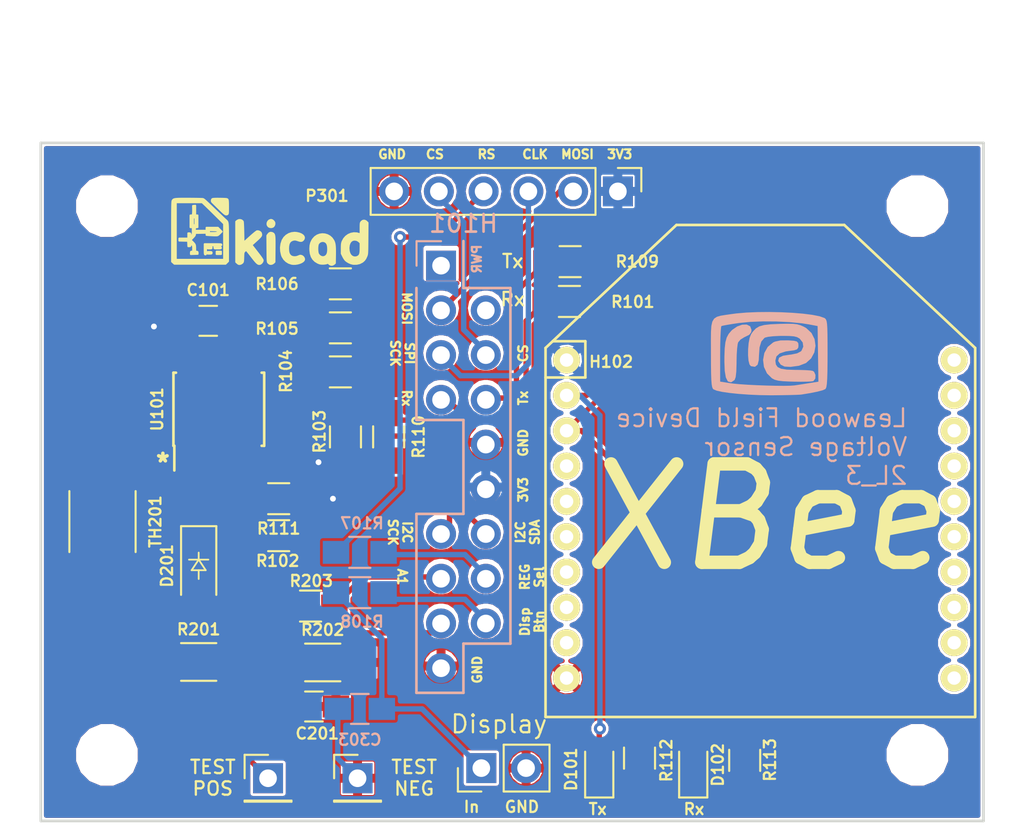
<source format=kicad_pcb>
(kicad_pcb (version 20171130) (host pcbnew "(5.0.0)")
  (title_block (title "Leawood Field Device #1") (rev 2L_3))
  (layers (0 F.Cu signal) (31 B.Cu signal) (34 B.Paste user) (35 F.Paste user) (36 B.SilkS user) (37 F.SilkS user) (38 B.Mask user) (39 F.Mask user) (44 Edge.Cuts user))
  (net 0 "")
  (net 1 /Analog_Sensors/ANLG_1)
  (net 2 GND)
  (net 3 /Display/3V3)
  (net 4 /Display/Display)
  (net 5 /Display/MOSI)
  (net 6 /Display/CS)
  (net 7 "Net-(H101-Pad7)")
  (net 8 "Net-(H101-Pad8)")
  (net 9 /SDA)
  (net 10 "Net-(H101-Pad16)")
  (net 11 "Net-(H101-Pad17)")
  (net 12 "Net-(H101-Pad18)")
  (net 13 /TX)
  (net 14 /RX)
  (net 15 /Analog_Sensors/TEST_POS_1)
  (net 16 /OverTemp)
  (net 17 "Net-(R104-Pad1)")
  (net 18 "Net-(R105-Pad1)")
  (net 19 "Net-(R106-Pad1)")
  (net 20 /Display/RS)
  (net 21 "Net-(D201-Pad1)")
  (net 22 "Net-(C201-Pad1)")
  (net 23 "Net-(D101-Pad1)")
  (net 24 "Net-(D102-Pad1)")
  (net 25 /I2C_SCK)
  (net 26 /Display/SPI_SCK)
  (module CE_Header:CE_Socket (layer B.Cu) (at 132.754 70.968 180)
    (fp_text reference H101 (at 1.27 2.39 180) (layer B.SilkS) (effects (justify mirror)))
    (fp_text value CE_Socket)
    (pad 19 thru_hole oval (at 2.54 -22.86) (size 1.7 1.7) (drill 1) (layers *.Cu *.Mask) (net 2 GND))
    (pad 18 thru_hole oval (at 0 -20.32) (size 1.7 1.7) (drill 1) (layers *.Cu *.Mask) (net 12 "Net-(H101-Pad18)"))
    (pad 17 thru_hole oval (at 2.54 -20.32) (size 1.7 1.7) (drill 1) (layers *.Cu *.Mask) (net 11 "Net-(H101-Pad17)"))
    (pad 16 thru_hole oval (at 0 -17.78) (size 1.7 1.7) (drill 1) (layers *.Cu *.Mask) (net 10 "Net-(H101-Pad16)"))
    (pad 15 thru_hole oval (at 2.54 -17.78) (size 1.7 1.7) (drill 1) (layers *.Cu *.Mask) (net 1 /Analog_Sensors/ANLG_1))
    (pad 14 thru_hole oval (at 0 -15.24) (size 1.7 1.7) (drill 1) (layers *.Cu *.Mask) (net 9 /SDA))
    (pad 13 thru_hole oval (at 2.54 -15.24) (size 1.7 1.7) (drill 1) (layers *.Cu *.Mask) (net 25 /I2C_SCK))
    (pad 12 thru_hole oval (at 0 -12.7) (size 1.7 1.7) (drill 1) (layers *.Cu *.Mask) (net 3 /Display/3V3))
    (pad 10 thru_hole oval (at 0 -10.16) (size 1.7 1.7) (drill 1) (layers *.Cu *.Mask) (net 2 GND))
    (pad 8 thru_hole oval (at 0 -7.62) (size 1.7 1.7) (drill 1) (layers *.Cu *.Mask) (net 8 "Net-(H101-Pad8)"))
    (pad 7 thru_hole oval (at 2.54 -7.62) (size 1.7 1.7) (drill 1) (layers *.Cu *.Mask) (net 7 "Net-(H101-Pad7)"))
    (pad 6 thru_hole oval (at 0 -5.08) (size 1.7 1.7) (drill 1) (layers *.Cu *.Mask) (net 6 /Display/CS))
    (pad 5 thru_hole oval (at 2.54 -5.08) (size 1.7 1.7) (drill 1) (layers *.Cu *.Mask) (net 26 /Display/SPI_SCK))
    (pad 4 thru_hole oval (at 0 -2.54) (size 1.7 1.7) (drill 1) (layers *.Cu *.Mask))
    (pad 3 thru_hole oval (at 2.54 -2.54) (size 1.7 1.7) (drill 1) (layers *.Cu *.Mask) (net 5 /Display/MOSI))
    (pad 1 thru_hole rect (at 2.54 0) (size 1.7 1.7) (drill 1) (layers *.Cu *.Mask))
  )
  (module Mounting_Holes:MountingHole_3.2mm_M3 (layer F.Cu) (at 157.25 98.75)
    (fp_text reference REF** hide)
    (fp_text value MountingHole_3.2mm_M3)
    (pad 1 np_thru_hole circle (at 0 0) (size 3.2 3.2) (drill 3.2) (layers *.Cu *.Mask))
  )
  (module FieldDevice_Footprints:XBEE_S2C (layer F.Cu) (at 148.336 76.327)
    (fp_text reference H102 (at -8.47 0.102) (layer F.SilkS) (effects (font (size 0.635 0.635) (thickness 0.127))))
    (fp_text value DIGI_XBEE)
    (fp_text user XBee (at 0.3048 8.9408) (layer F.SilkS) (effects (font (size 5.588 5.588) (thickness 0.762) italic)))
    (pad 20 thru_hole circle (at 10.9982 0) (size 1.524 1.524) (drill 0.762) (layers *.Cu *.Mask F.SilkS))
    (pad 19 thru_hole circle (at 10.9982 2.0066) (size 1.524 1.524) (drill 0.762) (layers *.Cu *.Mask F.SilkS))
    (pad 18 thru_hole circle (at 10.9982 4.0132) (size 1.524 1.524) (drill 0.762) (layers *.Cu *.Mask F.SilkS))
    (pad 17 thru_hole circle (at 10.9982 6.0198) (size 1.524 1.524) (drill 0.762) (layers *.Cu *.Mask F.SilkS))
    (pad 16 thru_hole circle (at 10.9982 8.0264) (size 1.524 1.524) (drill 0.762) (layers *.Cu *.Mask F.SilkS))
    (pad 15 thru_hole circle (at 10.9982 10.033) (size 1.524 1.524) (drill 0.762) (layers *.Cu *.Mask F.SilkS))
    (pad 14 thru_hole circle (at 10.9982 12.0396) (size 1.524 1.524) (drill 0.762) (layers *.Cu *.Mask F.SilkS))
    (pad 13 thru_hole circle (at 10.9982 14.0462) (size 1.524 1.524) (drill 0.762) (layers *.Cu *.Mask F.SilkS))
    (pad 12 thru_hole circle (at 10.9982 16.0528) (size 1.524 1.524) (drill 0.762) (layers *.Cu *.Mask F.SilkS))
    (pad 11 thru_hole circle (at 10.9982 18.0594) (size 1.524 1.524) (drill 0.762) (layers *.Cu *.Mask F.SilkS))
    (pad 10 thru_hole circle (at -10.9982 18.0594) (size 1.524 1.524) (drill 0.762) (layers *.Cu *.Mask F.SilkS) (net 2 GND))
    (pad 9 thru_hole circle (at -10.9982 16.0528) (size 1.524 1.524) (drill 0.762) (layers *.Cu *.Mask F.SilkS))
    (pad 8 thru_hole circle (at -10.9982 14.0462) (size 1.524 1.524) (drill 0.762) (layers *.Cu *.Mask F.SilkS))
    (pad 7 thru_hole circle (at -10.9982 12.0396) (size 1.524 1.524) (drill 0.762) (layers *.Cu *.Mask F.SilkS))
    (pad 6 thru_hole circle (at -10.9982 10.033) (size 1.524 1.524) (drill 0.762) (layers *.Cu *.Mask F.SilkS))
    (pad 5 thru_hole circle (at -10.9982 8.0264) (size 1.524 1.524) (drill 0.762) (layers *.Cu *.Mask F.SilkS))
    (pad 4 thru_hole circle (at -10.9982 6.0198) (size 1.524 1.524) (drill 0.762) (layers *.Cu *.Mask F.SilkS))
    (pad 3 thru_hole circle (at -10.9982 4.0132) (size 1.524 1.524) (drill 0.762) (layers *.Cu *.Mask F.SilkS) (net 14 /RX))
    (pad 2 thru_hole circle (at -10.9982 2.0066) (size 1.524 1.524) (drill 0.762) (layers *.Cu *.Mask F.SilkS) (net 13 /TX))
    (pad 1 thru_hole circle (at -10.9982 0) (size 1.524 1.524) (drill 0.762) (layers *.Cu *.Mask F.SilkS) (net 3 /Display/3V3))
  )
  (module Pin_Headers:Pin_Header_Straight_1x02_Pitch2.54mm (layer F.Cu) (at 132.5 99.5 90)
    (fp_text reference SW301 hide)
    (fp_text value SW_PUSH)
    (pad 1 thru_hole rect (at 0 0 90) (size 1.7 1.7) (drill 1) (layers *.Cu *.Mask) (net 4 /Display/Display))
    (pad 2 thru_hole oval (at 0 2.54 90) (size 1.7 1.7) (drill 1) (layers *.Cu *.Mask) (net 2 GND))
  )
  (module Resistors_SMD:R_1812_HandSoldering (layer F.Cu) (at 111 85.5 90)
    (fp_text reference TH201 (at 0 3 90) (layer F.SilkS) (effects (font (size 0.635 0.635) (thickness 0.127))))
    (fp_text value "0.50A 15V")
    (pad 1 smd rect (at -3.4 0 90) (size 3.5 3.5) (layers F.Cu F.Paste F.Mask) (net 15 /Analog_Sensors/TEST_POS_1))
    (pad 2 smd rect (at 3.4 0 90) (size 3.5 3.5) (layers F.Cu F.Paste F.Mask) (net 21 "Net-(D201-Pad1)"))
  )
  (module Housings_SOIC:SOIC-8_3.9x4.9mm_Pitch1.27mm (layer F.Cu) (at 117.602 79.121 90)
    (fp_text reference U101 (at 0 -3.5 90) (layer F.SilkS) (effects (font (size 0.635 0.635) (thickness 0.127))))
    (fp_text value DS7505)
    (pad 1 smd rect (at -2.7 -1.905 90) (size 1.55 0.6) (layers F.Cu F.Paste F.Mask) (net 9 /SDA))
    (pad 2 smd rect (at -2.7 -0.635 90) (size 1.55 0.6) (layers F.Cu F.Paste F.Mask) (net 25 /I2C_SCK))
    (pad 3 smd rect (at -2.7 0.635 90) (size 1.55 0.6) (layers F.Cu F.Paste F.Mask) (net 16 /OverTemp))
    (pad 4 smd rect (at -2.7 1.905 90) (size 1.55 0.6) (layers F.Cu F.Paste F.Mask) (net 2 GND))
    (pad 5 smd rect (at 2.7 1.905 90) (size 1.55 0.6) (layers F.Cu F.Paste F.Mask) (net 17 "Net-(R104-Pad1)"))
    (pad 6 smd rect (at 2.7 0.635 90) (size 1.55 0.6) (layers F.Cu F.Paste F.Mask) (net 18 "Net-(R105-Pad1)"))
    (pad 7 smd rect (at 2.7 -0.635 90) (size 1.55 0.6) (layers F.Cu F.Paste F.Mask) (net 19 "Net-(R106-Pad1)"))
    (pad 8 smd rect (at 2.7 -1.905 90) (size 1.55 0.6) (layers F.Cu F.Paste F.Mask) (net 3 /Display/3V3))
  )
  (module Mounting_Holes:MountingHole_3.2mm_M3 (layer F.Cu) (at 157.25 67.5894)
    (fp_text reference REF** hide)
    (fp_text value MountingHole_3.2mm_M3)
    (pad 1 np_thru_hole circle (at 0 0) (size 3.2 3.2) (drill 3.2) (layers *.Cu *.Mask))
  )
  (module Mounting_Holes:MountingHole_3.2mm_M3 (layer F.Cu) (at 111.252 67.5894)
    (fp_text reference REF** hide)
    (fp_text value MountingHole_3.2mm_M3)
    (pad 1 np_thru_hole circle (at 0 0) (size 3.2 3.2) (drill 3.2) (layers *.Cu *.Mask))
  )
  (module Mounting_Holes:MountingHole_3.2mm_M3 (layer F.Cu) (at 111.252 98.75)
    (fp_text reference REF** hide)
    (fp_text value MountingHole_3.2mm_M3)
    (pad 1 np_thru_hole circle (at 0 0) (size 3.2 3.2) (drill 3.2) (layers *.Cu *.Mask))
  )
  (module Pin_Headers:Pin_Header_Straight_1x01_Pitch2.54mm (layer F.Cu) (at 120.396 100.076)
    (fp_text reference P201 hide)
    (fp_text value Positive)
    (pad 1 thru_hole rect (at 0 0) (size 1.7 1.7) (drill 1) (layers *.Cu *.Mask) (net 15 /Analog_Sensors/TEST_POS_1))
  )
  (module Pin_Headers:Pin_Header_Straight_1x01_Pitch2.54mm (layer F.Cu) (at 125.476 100.076)
    (fp_text reference P202 hide)
    (fp_text value Negative)
    (pad 1 thru_hole rect (at 0 0) (size 1.7 1.7) (drill 1) (layers *.Cu *.Mask) (net 2 GND))
  )
  (module FieldDevice_Footprints:D_SOD-123 (layer F.Cu) (at 116.459 88.011 270)
    (fp_text reference D201 (at 0 1.8 270) (layer F.SilkS) (effects (font (size 0.635 0.635) (thickness 0.127))))
    (fp_text value 1N4148WFL)
    (pad 2 smd rect (at 1.65 0 270) (size 0.9 1.2) (layers F.Cu F.Paste F.Mask) (net 2 GND))
    (pad 1 smd rect (at -1.65 0 270) (size 0.9 1.2) (layers F.Cu F.Paste F.Mask) (net 21 "Net-(D201-Pad1)"))
  )
  (module FieldDevice_Footprints:MyBasic_rounded_50_1 (layer B.Cu) (at 148.883 75.921 180)
    (fp_text reference G*** hide)
    (fp_text value LOGO hide)
  )
  (module FieldDevice_Footprints:KiCad-Logo (layer F.Cu) (at 120.5 69)
    (fp_text reference G*** hide)
    (fp_text value LOGO hide)
  )
  (module Pin_Headers:Pin_Header_Straight_1x06_Pitch2.54mm (layer F.Cu) (at 140.25 66.75 270)
    (fp_text reference P301 (at 0.254 16.51) (layer F.SilkS) (effects (font (size 0.635 0.635) (thickness 0.127))))
    (fp_text value CONN_01X06)
    (pad 1 thru_hole rect (at 0 0 270) (size 1.7 1.7) (drill 1) (layers *.Cu *.Mask) (net 3 /Display/3V3))
    (pad 2 thru_hole oval (at 0 2.54 270) (size 1.7 1.7) (drill 1) (layers *.Cu *.Mask) (net 5 /Display/MOSI))
    (pad 3 thru_hole oval (at 0 5.08 270) (size 1.7 1.7) (drill 1) (layers *.Cu *.Mask) (net 26 /Display/SPI_SCK))
    (pad 4 thru_hole oval (at 0 7.62 270) (size 1.7 1.7) (drill 1) (layers *.Cu *.Mask) (net 20 /Display/RS))
    (pad 5 thru_hole oval (at 0 10.16 270) (size 1.7 1.7) (drill 1) (layers *.Cu *.Mask) (net 6 /Display/CS))
    (pad 6 thru_hole oval (at 0 12.7 270) (size 1.7 1.7) (drill 1) (layers *.Cu *.Mask) (net 2 GND))
  )
  (module Capacitors_SMD:C_0805_HandSoldering (layer F.Cu) (at 117 74.1)
    (fp_text reference C101 (at 0 -1.75) (layer F.SilkS) (effects (font (size 0.635 0.635) (thickness 0.127))))
    (fp_text value "100pF 50V")
    (pad 1 smd rect (at -1.25 0) (size 1.5 1.25) (layers F.Cu F.Paste F.Mask) (net 3 /Display/3V3))
    (pad 2 smd rect (at 1.25 0) (size 1.5 1.25) (layers F.Cu F.Paste F.Mask) (net 2 GND))
  )
  (module Capacitors_SMD:C_0805_HandSoldering (layer F.Cu) (at 123 96)
    (fp_text reference C201 (at 0.19 1.536) (layer F.SilkS) (effects (font (size 0.635 0.635) (thickness 0.127))))
    (fp_text value 100nF)
    (pad 1 smd rect (at -1.25 0) (size 1.5 1.25) (layers F.Cu F.Paste F.Mask) (net 22 "Net-(C201-Pad1)"))
    (pad 2 smd rect (at 1.25 0) (size 1.5 1.25) (layers F.Cu F.Paste F.Mask) (net 2 GND))
  )
  (module Capacitors_SMD:C_0805_HandSoldering (layer B.Cu) (at 125.603 96.139)
    (fp_text reference C303 (at 0 1.75) (layer B.SilkS) (effects (font (size 0.635 0.635) (thickness 0.127)) (justify mirror)))
    (fp_text value 0.1μF)
    (pad 1 smd rect (at -1.25 0) (size 1.5 1.25) (layers B.Cu B.Paste B.Mask) (net 2 GND))
    (pad 2 smd rect (at 1.25 0) (size 1.5 1.25) (layers B.Cu B.Paste B.Mask) (net 4 /Display/Display))
  )
  (module Resistors_SMD:R_0805_HandSoldering (layer F.Cu) (at 137.5 73)
    (fp_text reference R101 (at 3.597 0.025) (layer F.SilkS) (effects (font (size 0.635 0.635) (thickness 0.127))))
    (fp_text value 0Ω)
    (pad 1 smd rect (at -1.35 0) (size 1.5 1.3) (layers F.Cu F.Paste F.Mask) (net 7 "Net-(H101-Pad7)"))
    (pad 2 smd rect (at 1.35 0) (size 1.5 1.3) (layers F.Cu F.Paste F.Mask) (net 14 /RX))
  )
  (module Resistors_SMD:R_0805_HandSoldering (layer F.Cu) (at 121 86.3 180)
    (fp_text reference R102 (at 0.057 -1.432 180) (layer F.SilkS) (effects (font (size 0.635 0.635) (thickness 0.127))))
    (fp_text value 0Ω)
    (pad 1 smd rect (at -1.35 0 180) (size 1.5 1.3) (layers F.Cu F.Paste F.Mask) (net 11 "Net-(H101-Pad17)"))
    (pad 2 smd rect (at 1.35 0 180) (size 1.5 1.3) (layers F.Cu F.Paste F.Mask) (net 16 /OverTemp))
  )
  (module Resistors_SMD:R_0805_HandSoldering (layer F.Cu) (at 124.79 80.69 270)
    (fp_text reference R103 (at -0.299 1.473 270) (layer F.SilkS) (effects (font (size 0.635 0.635) (thickness 0.127))))
    (fp_text value 4k7Ω)
    (pad 1 smd rect (at -1.35 0 270) (size 1.5 1.3) (layers F.Cu F.Paste F.Mask) (net 25 /I2C_SCK))
    (pad 2 smd rect (at 1.35 0 270) (size 1.5 1.3) (layers F.Cu F.Paste F.Mask) (net 3 /Display/3V3))
  )
  (module Resistors_SMD:R_0805_HandSoldering (layer F.Cu) (at 124.5 77)
    (fp_text reference R104 (at -3.088 -0.038 90) (layer F.SilkS) (effects (font (size 0.635 0.635) (thickness 0.127))))
    (fp_text value 0)
    (pad 1 smd rect (at -1.35 0) (size 1.5 1.3) (layers F.Cu F.Paste F.Mask) (net 17 "Net-(R104-Pad1)"))
    (pad 2 smd rect (at 1.35 0) (size 1.5 1.3) (layers F.Cu F.Paste F.Mask) (net 2 GND))
  )
  (module Resistors_SMD:R_0805_HandSoldering (layer F.Cu) (at 124.5 74.5)
    (fp_text reference R105 (at -3.596 0.049) (layer F.SilkS) (effects (font (size 0.635 0.635) (thickness 0.127))))
    (fp_text value 0)
    (pad 1 smd rect (at -1.35 0) (size 1.5 1.3) (layers F.Cu F.Paste F.Mask) (net 18 "Net-(R105-Pad1)"))
    (pad 2 smd rect (at 1.35 0) (size 1.5 1.3) (layers F.Cu F.Paste F.Mask) (net 2 GND))
  )
  (module Resistors_SMD:R_0805_HandSoldering (layer F.Cu) (at 124.5 72)
    (fp_text reference R106 (at -3.596 0.009) (layer F.SilkS) (effects (font (size 0.635 0.635) (thickness 0.127))))
    (fp_text value 0)
    (pad 1 smd rect (at -1.35 0) (size 1.5 1.3) (layers F.Cu F.Paste F.Mask) (net 19 "Net-(R106-Pad1)"))
    (pad 2 smd rect (at 1.35 0) (size 1.5 1.3) (layers F.Cu F.Paste F.Mask) (net 2 GND))
  )
  (module Resistors_SMD:R_0805_HandSoldering (layer B.Cu) (at 125.603 87.249)
    (fp_text reference R107 (at 0.127 -1.651) (layer B.SilkS) (effects (font (size 0.635 0.635) (thickness 0.127)) (justify mirror)))
    (fp_text value 0Ω)
    (pad 1 smd rect (at -1.35 0) (size 1.5 1.3) (layers B.Cu B.Paste B.Mask) (net 20 /Display/RS))
    (pad 2 smd rect (at 1.35 0) (size 1.5 1.3) (layers B.Cu B.Paste B.Mask) (net 10 "Net-(H101-Pad16)"))
  )
  (module Resistors_SMD:R_0805_HandSoldering (layer B.Cu) (at 125.603 89.535)
    (fp_text reference R108 (at 0.127 1.651) (layer B.SilkS) (effects (font (size 0.635 0.635) (thickness 0.127)) (justify mirror)))
    (fp_text value 0Ω)
    (pad 1 smd rect (at -1.35 0) (size 1.5 1.3) (layers B.Cu B.Paste B.Mask) (net 4 /Display/Display))
    (pad 2 smd rect (at 1.35 0) (size 1.5 1.3) (layers B.Cu B.Paste B.Mask) (net 12 "Net-(H101-Pad18)"))
  )
  (module Resistors_SMD:R_0805_HandSoldering (layer F.Cu) (at 137.541 70.739 180)
    (fp_text reference R109 (at -3.81 0 180) (layer F.SilkS) (effects (font (size 0.635 0.635) (thickness 0.127))))
    (fp_text value 0)
    (pad 1 smd rect (at -1.35 0 180) (size 1.5 1.3) (layers F.Cu F.Paste F.Mask) (net 13 /TX))
    (pad 2 smd rect (at 1.35 0 180) (size 1.5 1.3) (layers F.Cu F.Paste F.Mask) (net 8 "Net-(H101-Pad8)"))
  )
  (module Resistors_SMD:R_0805_HandSoldering (layer F.Cu) (at 127.24 80.69 270)
    (fp_text reference R110 (at 0 -1.7 270) (layer F.SilkS) (effects (font (size 0.635 0.635) (thickness 0.127))))
    (fp_text value 4k7Ω)
    (pad 1 smd rect (at -1.35 0 270) (size 1.5 1.3) (layers F.Cu F.Paste F.Mask) (net 9 /SDA))
    (pad 2 smd rect (at 1.35 0 270) (size 1.5 1.3) (layers F.Cu F.Paste F.Mask) (net 3 /Display/3V3))
  )
  (module Resistors_SMD:R_0805_HandSoldering (layer F.Cu) (at 121 84.2 180)
    (fp_text reference R111 (at 0 -1.7 180) (layer F.SilkS) (effects (font (size 0.635 0.635) (thickness 0.127))))
    (fp_text value 10k)
    (pad 1 smd rect (at -1.35 0 180) (size 1.5 1.3) (layers F.Cu F.Paste F.Mask) (net 3 /Display/3V3))
    (pad 2 smd rect (at 1.35 0 180) (size 1.5 1.3) (layers F.Cu F.Paste F.Mask) (net 16 /OverTemp))
  )
  (module Resistors_SMD:R_1206_HandSoldering (layer F.Cu) (at 116.459 93.472)
    (fp_text reference R201 (at 0 -1.85) (layer F.SilkS) (effects (font (size 0.635 0.635) (thickness 0.127))))
    (fp_text value "1MΩ 125mW  0.1%")
    (pad 1 smd rect (at -2 0) (size 2 1.7) (layers F.Cu F.Paste F.Mask) (net 15 /Analog_Sensors/TEST_POS_1))
    (pad 2 smd rect (at 2 0) (size 2 1.7) (layers F.Cu F.Paste F.Mask) (net 22 "Net-(C201-Pad1)"))
  )
  (module Resistors_SMD:R_1206_HandSoldering (layer F.Cu) (at 123.5 93.5)
    (fp_text reference R202 (at 0 -1.85) (layer F.SilkS) (effects (font (size 0.635 0.635) (thickness 0.127))))
    (fp_text value "30kΩ 125mW  0.1%")
    (pad 1 smd rect (at -2 0) (size 2 1.7) (layers F.Cu F.Paste F.Mask) (net 22 "Net-(C201-Pad1)"))
    (pad 2 smd rect (at 2 0) (size 2 1.7) (layers F.Cu F.Paste F.Mask) (net 2 GND))
  )
  (module Resistors_SMD:R_0805_HandSoldering (layer F.Cu) (at 122.809 90.297)
    (fp_text reference R203 (at 0.039 -1.422) (layer F.SilkS) (effects (font (size 0.635 0.635) (thickness 0.127))))
    (fp_text value 0Ω)
    (pad 1 smd rect (at -1.35 0) (size 1.5 1.3) (layers F.Cu F.Paste F.Mask) (net 22 "Net-(C201-Pad1)"))
    (pad 2 smd rect (at 1.35 0) (size 1.5 1.3) (layers F.Cu F.Paste F.Mask) (net 1 /Analog_Sensors/ANLG_1))
  )
  (module Diodes_SMD:D_0805 (layer F.Cu) (at 139.192 99.568 90)
    (fp_text reference D101 (at 0 -1.6 90) (layer F.SilkS) (effects (font (size 0.635 0.635) (thickness 0.127))))
    (fp_text value LED)
    (pad 1 smd rect (at -1.05 0 90) (size 0.8 0.9) (layers F.Cu F.Paste F.Mask) (net 23 "Net-(D101-Pad1)"))
    (pad 2 smd rect (at 1.05 0 90) (size 0.8 0.9) (layers F.Cu F.Paste F.Mask) (net 13 /TX))
  )
  (module Diodes_SMD:D_0805 (layer F.Cu) (at 144.526 99.568 90)
    (fp_text reference D102 (at 0.254 1.397 90) (layer F.SilkS) (effects (font (size 0.635 0.635) (thickness 0.127))))
    (fp_text value LED)
    (pad 1 smd rect (at -1.05 0 90) (size 0.8 0.9) (layers F.Cu F.Paste F.Mask) (net 24 "Net-(D102-Pad1)"))
    (pad 2 smd rect (at 1.05 0 90) (size 0.8 0.9) (layers F.Cu F.Paste F.Mask) (net 14 /RX))
  )
  (module Resistors_SMD:R_0805_HandSoldering (layer F.Cu) (at 141.478 98.933 270)
    (fp_text reference R112 (at 0.127 -1.524 270) (layer F.SilkS) (effects (font (size 0.635 0.635) (thickness 0.127))))
    (fp_text value 680Ω)
    (pad 1 smd rect (at -1.35 0 270) (size 1.5 1.3) (layers F.Cu F.Paste F.Mask) (net 2 GND))
    (pad 2 smd rect (at 1.35 0 270) (size 1.5 1.3) (layers F.Cu F.Paste F.Mask) (net 23 "Net-(D101-Pad1)"))
  )
  (module Resistors_SMD:R_0805_HandSoldering (layer F.Cu) (at 147.447 99.06 270)
    (fp_text reference R113 (at -0.025 -1.436 270) (layer F.SilkS) (effects (font (size 0.635 0.635) (thickness 0.127))))
    (fp_text value 680Ω)
    (pad 1 smd rect (at -1.35 0 270) (size 1.5 1.3) (layers F.Cu F.Paste F.Mask) (net 2 GND))
    (pad 2 smd rect (at 1.35 0 270) (size 1.5 1.3) (layers F.Cu F.Paste F.Mask) (net 24 "Net-(D102-Pad1)"))
  )
  (gr_text "In   GND" (at 133.643 101.702) (layer F.SilkS) (effects (font (size 0.635 0.635) (thickness 0.127))))
  (gr_text "GND   CS     RS    CLK  MOSI  3V3" (at 133.858 64.643) (layer F.SilkS) (effects (font (size 0.508 0.508) (thickness 0.127))))
  (gr_text "Disp\nBtn" (at 135.382 91.186 90) (layer F.SilkS) (effects (font (size 0.508 0.508) (thickness 0.127))))
  (gr_text "REG\nSel" (at 135.382 88.646 90) (layer F.SilkS) (effects (font (size 0.508 0.508) (thickness 0.127))))
  (gr_text A1 (at 128.016 88.646 270) (layer F.SilkS) (effects (font (size 0.508 0.508) (thickness 0.127))))
  (gr_text Rx (at 128.27 78.486 270) (layer F.SilkS) (effects (font (size 0.508 0.508) (thickness 0.127))))
  (gr_text Tx (at 134.874 78.486 90) (layer F.SilkS) (effects (font (size 0.508 0.508) (thickness 0.127))))
  (gr_text "SPI\nSCK" (at 128.016 75.946 270) (layer F.SilkS) (effects (font (size 0.508 0.508) (thickness 0.127))))
  (gr_text MOSI (at 128.27 73.406 270) (layer F.SilkS) (effects (font (size 0.508 0.508) (thickness 0.127))))
  (gr_text CS (at 134.874 75.946 90) (layer F.SilkS) (effects (font (size 0.508 0.508) (thickness 0.127))))
  (gr_text "I2C\nSCK" (at 127.889 86.106 270) (layer F.SilkS) (effects (font (size 0.508 0.508) (thickness 0.127))))
  (gr_text "I2C\nSDA" (at 135.128 86.106 90) (layer F.SilkS) (effects (font (size 0.508 0.508) (thickness 0.127))))
  (gr_text Rx (at 144.565 101.829) (layer F.SilkS) (effects (font (size 0.635 0.635) (thickness 0.127))))
  (gr_text Tx (at 139.104 101.829) (layer F.SilkS) (effects (font (size 0.635 0.635) (thickness 0.127))))
  (gr_text Rx (at 134.278 72.873) (layer F.SilkS) (effects (font (size 0.762 0.762) (thickness 0.127))))
  (gr_text Tx (at 134.278 70.714) (layer F.SilkS) (effects (font (size 0.762 0.762) (thickness 0.127))))
  (gr_text PWR (at 132.246 70.587 90) (layer B.SilkS) (effects (font (size 0.508 0.508) (thickness 0.127)) (justify mirror)))
  (gr_text GND (at 132.27 93.91 90) (layer F.SilkS) (effects (font (size 0.508 0.508) (thickness 0.127))))
  (gr_text 3V3 (at 134.874 83.693 90) (layer F.SilkS) (effects (font (size 0.508 0.508) (thickness 0.127))))
  (gr_text GND (at 134.874 81.026 90) (layer F.SilkS) (effects (font (size 0.508 0.508) (thickness 0.127))))
  (gr_line (start 107.5 102.5) (end 161 102.5) (angle 90) (layer Edge.Cuts) (width 0.15))
  (gr_line (start 107.5 64) (end 107.5 102.5) (angle 90) (layer Edge.Cuts) (width 0.15))
  (gr_line (start 161 64) (end 107.5 64) (angle 90) (layer Edge.Cuts) (width 0.15))
  (gr_text "Leawood Field Device\nVoltage Sensor\n2L_3" (at 156.757 81.255) (layer B.SilkS) (effects (font (size 1.016 1.016) (thickness 0.127)) (justify left mirror)))
  (gr_text * (at 114.427 82.169) (layer F.SilkS) (effects (font (size 1 1) (thickness 0.2))))
  (gr_text "TEST\nNEG" (at 128.69 100.051) (layer F.SilkS) (effects (font (size 0.762 0.762) (thickness 0.127))))
  (gr_text "TEST\nPOS" (at 117.26 100.051) (layer F.SilkS) (effects (font (size 0.762 0.762) (thickness 0.127))))
  (gr_text Display (at 133.5 97) (layer F.SilkS) (effects (font (size 1.016 1.016) (thickness 0.127))))
  (gr_line (start 161 64) (end 161 102.5) (angle 90) (layer Edge.Cuts) (width 0.15))
  (segment (start 130.302 88.646) (end 125.81 88.646) (width 0.3048) (layer F.Cu) (net 1))
  (segment (start 125.81 88.646) (end 124.159 90.297) (width 0.3048) (layer F.Cu) (net 1))
  (segment (start 124.353 96.139) (end 124.353 98.953) (width 0.3048) (layer B.Cu) (net 2))
  (segment (start 124.353 98.953) (end 125.476 100.076) (width 0.3048) (layer B.Cu) (net 2))
  (segment (start 115.75 74.1) (end 114.241 74.1) (width 0.6096) (layer F.Cu) (net 3))
  (via (at 113.919 74.422) (size 0.6858) (drill 0.3302) (layers F.Cu B.Cu) (net 3))
  (segment (start 114.241 74.1) (end 113.919 74.422) (width 0.6096) (layer F.Cu) (net 3))
  (segment (start 115.75 74.1) (end 115.75 76.368) (width 0.3048) (layer F.Cu) (net 3))
  (segment (start 115.75 76.368) (end 115.697 76.421) (width 0.3048) (layer F.Cu) (net 3))
  (segment (start 122.35 84.2) (end 124.078 84.2) (width 0.3048) (layer F.Cu) (net 3))
  (via (at 124.079 84.201) (size 0.6858) (drill 0.3302) (layers F.Cu B.Cu) (net 3))
  (segment (start 124.078 84.2) (end 124.079 84.201) (width 0.3048) (layer F.Cu) (net 3))
  (segment (start 124.79 81.64) (end 123.75 81.64) (width 0.3048) (layer F.Cu) (net 3))
  (via (at 123.26 82.13) (size 0.6858) (drill 0.3302) (layers F.Cu B.Cu) (net 3))
  (segment (start 123.75 81.64) (end 123.26 82.13) (width 0.3048) (layer F.Cu) (net 3))
  (segment (start 127.24 81.64) (end 124.79 81.64) (width 0.3048) (layer F.Cu) (net 3))
  (segment (start 121.95 84.2) (end 122.9 84.2) (width 0.3048) (layer F.Cu) (net 3))
  (segment (start 126.853 96.139) (end 129.139 96.139) (width 0.3048) (layer B.Cu) (net 4))
  (segment (start 129.139 96.139) (end 132.5 99.5) (width 0.3048) (layer B.Cu) (net 4))
  (segment (start 124.253 89.535) (end 126.853 92.135) (width 0.3048) (layer B.Cu) (net 4))
  (segment (start 126.853 92.135) (end 126.853 96.139) (width 0.3048) (layer B.Cu) (net 4))
  (segment (start 137.71 66.75) (end 136.958 66.75) (width 0.3048) (layer F.Cu) (net 5))
  (segment (start 136.958 66.75) (end 130.302 73.406) (width 0.3048) (layer F.Cu) (net 5))
  (segment (start 130.09 66.75) (end 130.09 67.09) (width 0.3048) (layer B.Cu) (net 6))
  (segment (start 130.09 67.09) (end 131.5 68.5) (width 0.3048) (layer B.Cu) (net 6))
  (segment (start 131.5 68.5) (end 131.5 74.604) (width 0.3048) (layer B.Cu) (net 6))
  (segment (start 131.5 74.604) (end 132.842 75.946) (width 0.3048) (layer B.Cu) (net 6))
  (segment (start 130.302 78.486) (end 130.493 78.486) (width 0.3048) (layer F.Cu) (net 7))
  (segment (start 130.493 78.486) (end 131.738 79.731) (width 0.3048) (layer F.Cu) (net 7))
  (segment (start 135.04 74.11) (end 136.15 73) (width 0.3048) (layer F.Cu) (net 7))
  (segment (start 135.04 78.715) (end 135.04 74.11) (width 0.3048) (layer F.Cu) (net 7))
  (segment (start 134.024 79.731) (end 135.04 78.715) (width 0.3048) (layer F.Cu) (net 7))
  (segment (start 131.738 79.731) (end 134.024 79.731) (width 0.3048) (layer F.Cu) (net 7))
  (segment (start 130.302 78.486) (end 130.429 78.486) (width 0.3048) (layer F.Cu) (net 7))
  (segment (start 130.34 78.83) (end 130.34 78.64) (width 0.1524) (layer F.Cu) (net 7))
  (segment (start 132.842 78.486) (end 133.985 78.486) (width 0.3048) (layer F.Cu) (net 8))
  (segment (start 134.493 72.437) (end 136.191 70.739) (width 0.3048) (layer F.Cu) (net 8))
  (segment (start 134.493 77.978) (end 134.493 72.437) (width 0.3048) (layer F.Cu) (net 8))
  (segment (start 133.985 78.486) (end 134.493 77.978) (width 0.3048) (layer F.Cu) (net 8))
  (segment (start 115.697 81.821) (end 115.697 80.899) (width 0.3048) (layer F.Cu) (net 9))
  (segment (start 126.005 78.105) (end 127.24 79.34) (width 0.3048) (layer F.Cu) (net 9))
  (segment (start 118.491 78.105) (end 126.005 78.105) (width 0.3048) (layer F.Cu) (net 9))
  (segment (start 115.697 80.899) (end 118.491 78.105) (width 0.3048) (layer F.Cu) (net 9))
  (segment (start 131.15 84.53) (end 132.88 86.26) (width 0.3048) (layer F.Cu) (net 9))
  (segment (start 131.15 82.3) (end 131.15 84.53) (width 0.3048) (layer F.Cu) (net 9))
  (segment (start 128.59 79.74) (end 131.15 82.3) (width 0.3048) (layer F.Cu) (net 9))
  (segment (start 127.24 79.74) (end 128.59 79.74) (width 0.3048) (layer F.Cu) (net 9))
  (segment (start 127.24 79.74) (end 127.24 79.53) (width 0.1524) (layer F.Cu) (net 9))
  (segment (start 126.953 87.249) (end 127.08 87.376) (width 0.3048) (layer B.Cu) (net 10))
  (segment (start 127.08 87.376) (end 131.572 87.376) (width 0.3048) (layer B.Cu) (net 10))
  (segment (start 131.572 87.376) (end 132.842 88.646) (width 0.3048) (layer B.Cu) (net 10))
  (segment (start 122.809 86.759) (end 122.809 91.44) (width 0.3048) (layer F.Cu) (net 11))
  (segment (start 122.809 91.44) (end 123.19 91.821) (width 0.3048) (layer F.Cu) (net 11))
  (segment (start 123.19 91.821) (end 129.667 91.821) (width 0.3048) (layer F.Cu) (net 11))
  (segment (start 129.667 91.821) (end 130.302 91.186) (width 0.3048) (layer F.Cu) (net 11))
  (segment (start 122.35 86.3) (end 122.809 86.759) (width 0.3048) (layer F.Cu) (net 11))
  (segment (start 130.28 91.5) (end 130.46 91.32) (width 0.1524) (layer B.Cu) (net 11))
  (segment (start 126.953 89.535) (end 127.334 89.916) (width 0.3048) (layer B.Cu) (net 12))
  (segment (start 127.334 89.916) (end 131.572 89.916) (width 0.3048) (layer B.Cu) (net 12))
  (segment (start 131.572 89.916) (end 132.842 91.186) (width 0.3048) (layer B.Cu) (net 12))
  (segment (start 137.3378 78.3336) (end 138.0876 78.3336) (width 0.3048) (layer B.Cu) (net 13))
  (segment (start 138.0876 78.3336) (end 139.231 79.477) (width 0.3048) (layer B.Cu) (net 13))
  (segment (start 139.192 97.296) (end 139.192 98.518) (width 0.3048) (layer F.Cu) (net 13))
  (segment (start 139.231 97.257) (end 139.192 97.296) (width 0.3048) (layer F.Cu) (net 13))
  (via (at 139.231 97.257) (size 0.6858) (drill 0.3302) (layers F.Cu B.Cu) (net 13))
  (segment (start 139.231 79.477) (end 139.231 97.257) (width 0.3048) (layer B.Cu) (net 13))
  (segment (start 138.891 70.739) (end 137.453 72.177) (width 0.3048) (layer F.Cu) (net 13))
  (segment (start 138.4694 78.3336) (end 137.3378 78.3336) (width 0.3048) (layer F.Cu) (net 13))
  (segment (start 139.104 77.699) (end 138.4694 78.3336) (width 0.3048) (layer F.Cu) (net 13))
  (segment (start 139.104 75.413) (end 139.104 77.699) (width 0.3048) (layer F.Cu) (net 13))
  (segment (start 137.453 73.762) (end 139.104 75.413) (width 0.3048) (layer F.Cu) (net 13))
  (segment (start 137.453 72.177) (end 137.453 73.762) (width 0.3048) (layer F.Cu) (net 13))
  (segment (start 138.891 70.739) (end 139.446 70.739) (width 0.3048) (layer F.Cu) (net 13))
  (segment (start 138.891 70.739) (end 139.319 70.739) (width 0.3048) (layer F.Cu) (net 13))
  (segment (start 137.3378 80.3402) (end 138.1892 80.3402) (width 0.3048) (layer F.Cu) (net 14))
  (segment (start 144.526 86.677) (end 144.526 98.518) (width 0.3048) (layer F.Cu) (net 14))
  (segment (start 138.1892 80.3402) (end 144.526 86.677) (width 0.3048) (layer F.Cu) (net 14))
  (segment (start 138.85 73) (end 139.612 73.762) (width 0.3048) (layer F.Cu) (net 14))
  (segment (start 139.612 78.066) (end 137.3378 80.3402) (width 0.3048) (layer F.Cu) (net 14))
  (segment (start 139.612 73.762) (end 139.612 78.066) (width 0.3048) (layer F.Cu) (net 14))
  (segment (start 114.459 93.472) (end 114.459 94.139) (width 0.3048) (layer F.Cu) (net 15))
  (segment (start 114.459 94.139) (end 120.396 100.076) (width 0.3048) (layer F.Cu) (net 15))
  (segment (start 111 88.9) (end 111 90.013) (width 0.3048) (layer F.Cu) (net 15))
  (segment (start 111 90.013) (end 114.459 93.472) (width 0.3048) (layer F.Cu) (net 15))
  (segment (start 111 88.9) (end 111 89) (width 0.6096) (layer F.Cu) (net 15))
  (segment (start 118.237 81.821) (end 118.237 82.787) (width 0.3048) (layer F.Cu) (net 16))
  (segment (start 118.237 82.787) (end 119.65 84.2) (width 0.3048) (layer F.Cu) (net 16))
  (segment (start 119.65 84.2) (end 119.65 86.3) (width 0.3048) (layer F.Cu) (net 16))
  (segment (start 120.135 83.715) (end 119.65 84.2) (width 0.3048) (layer F.Cu) (net 16))
  (segment (start 119.507 76.421) (end 122.571 76.421) (width 0.3048) (layer F.Cu) (net 17))
  (segment (start 122.571 76.421) (end 123.15 77) (width 0.3048) (layer F.Cu) (net 17))
  (segment (start 118.237 76.421) (end 118.237 75.692) (width 0.3048) (layer F.Cu) (net 18))
  (segment (start 118.237 75.692) (end 118.745 75.184) (width 0.3048) (layer F.Cu) (net 18))
  (segment (start 118.745 75.184) (end 122.466 75.184) (width 0.3048) (layer F.Cu) (net 18))
  (segment (start 122.466 75.184) (end 123.15 74.5) (width 0.3048) (layer F.Cu) (net 18))
  (segment (start 116.967 76.421) (end 116.967 73.406) (width 0.3048) (layer F.Cu) (net 19))
  (segment (start 118.373 72) (end 123.15 72) (width 0.3048) (layer F.Cu) (net 19))
  (segment (start 116.967 73.406) (end 118.373 72) (width 0.3048) (layer F.Cu) (net 19))
  (segment (start 122.75 72) (end 123.55 72) (width 0.3048) (layer F.Cu) (net 19))
  (segment (start 124.253 87.249) (end 127.889 83.613) (width 0.3048) (layer B.Cu) (net 20))
  (segment (start 130.038 69.342) (end 132.63 66.75) (width 0.3048) (layer F.Cu) (net 20))
  (segment (start 127.889 69.342) (end 130.038 69.342) (width 0.3048) (layer F.Cu) (net 20))
  (via (at 127.889 69.342) (size 0.6858) (drill 0.3302) (layers F.Cu B.Cu) (net 20))
  (segment (start 127.889 83.613) (end 127.889 69.342) (width 0.3048) (layer B.Cu) (net 20))
  (segment (start 132.63 66.75) (end 132.5 66.75) (width 0.3048) (layer B.Cu) (net 20))
  (segment (start 111 82.1) (end 113.215 82.1) (width 0.6096) (layer F.Cu) (net 21))
  (segment (start 116.459 85.344) (end 116.459 86.361) (width 0.6096) (layer F.Cu) (net 21))
  (segment (start 113.215 82.1) (end 116.459 85.344) (width 0.6096) (layer F.Cu) (net 21))
  (segment (start 111 82.1) (end 112.1 82.1) (width 0.6096) (layer F.Cu) (net 21))
  (segment (start 121.5 93.5) (end 121.5 95.75) (width 0.3048) (layer F.Cu) (net 22))
  (segment (start 121.5 95.75) (end 121.75 96) (width 0.3048) (layer F.Cu) (net 22))
  (segment (start 118.459 93.472) (end 121.472 93.472) (width 0.3048) (layer F.Cu) (net 22))
  (segment (start 121.472 93.472) (end 121.5 93.5) (width 0.3048) (layer F.Cu) (net 22))
  (segment (start 121.459 90.297) (end 121.459 93.459) (width 0.3048) (layer F.Cu) (net 22))
  (segment (start 122.08 93.47) (end 122.05 93.5) (width 0.3048) (layer F.Cu) (net 22))
  (segment (start 139.192 100.618) (end 141.143 100.618) (width 0.3048) (layer F.Cu) (net 23))
  (segment (start 141.143 100.618) (end 141.478 100.283) (width 0.3048) (layer F.Cu) (net 23))
  (segment (start 144.526 100.618) (end 147.239 100.618) (width 0.3048) (layer F.Cu) (net 24))
  (segment (start 147.239 100.618) (end 147.447 100.41) (width 0.3048) (layer F.Cu) (net 24))
  (segment (start 116.967 81.821) (end 116.967 80.645) (width 0.3048) (layer F.Cu) (net 25))
  (segment (start 118.272 79.34) (end 124.79 79.34) (width 0.3048) (layer F.Cu) (net 25))
  (segment (start 116.967 80.645) (end 118.272 79.34) (width 0.3048) (layer F.Cu) (net 25))
  (segment (start 124.79 79.34) (end 124.79 79.959) (width 0.3048) (layer F.Cu) (net 25))
  (segment (start 124.79 79.959) (end 125.476 80.645) (width 0.3048) (layer F.Cu) (net 25))
  (segment (start 130.692798 82.48938) (end 130.692798 85.715202) (width 0.3048) (layer F.Cu) (net 25))
  (segment (start 128.848418 80.645) (end 130.692798 82.48938) (width 0.3048) (layer F.Cu) (net 25))
  (segment (start 125.476 80.645) (end 128.848418 80.645) (width 0.3048) (layer F.Cu) (net 25))
  (segment (start 130.692798 85.715202) (end 130.302 86.106) (width 0.3048) (layer F.Cu) (net 25))
  (segment (start 124.79 79.74) (end 125.01 79.74) (width 0.3048) (layer F.Cu) (net 25))
  (segment (start 124.79 79.74) (end 125.28 79.74) (width 0.1524) (layer F.Cu) (net 25))
  (segment (start 124.79 79.74) (end 124.75 79.7) (width 0.1524) (layer F.Cu) (net 25))
  (segment (start 130.302 75.946) (end 130.302 76.2) (width 0.3048) (layer B.Cu) (net 26))
  (segment (start 130.302 76.2) (end 131.318 77.216) (width 0.3048) (layer B.Cu) (net 26))
  (segment (start 131.318 77.216) (end 134.493 77.216) (width 0.3048) (layer B.Cu) (net 26))
  (segment (start 134.493 77.216) (end 135.17 76.539) (width 0.3048) (layer B.Cu) (net 26))
  (segment (start 135.17 76.539) (end 135.17 66.75) (width 0.3048) (layer B.Cu) (net 26))
  (zone (net 2) (net_name GND) (layer F.Cu) (connect_pads (clearance 0.1016)) (min_thickness 0.254) (fill yes (arc_segments 16) (thermal_gap 0.1016) (thermal_bridge_width 0.508))
    (polygon (pts (xy 161 102.5) (xy 107.5 102.5) (xy 107.5 64) (xy 161 64)))
  )
  (zone (net 3) (net_name /Display/3V3) (layer B.Cu) (connect_pads (clearance 0.1016)) (min_thickness 0.254) (fill yes (arc_segments 16) (thermal_gap 0.1016) (thermal_bridge_width 0.508))
    (polygon (pts (xy 161 102.5) (xy 107.5 102.5) (xy 107.5 64) (xy 161 64)))
  )
)
</source>
